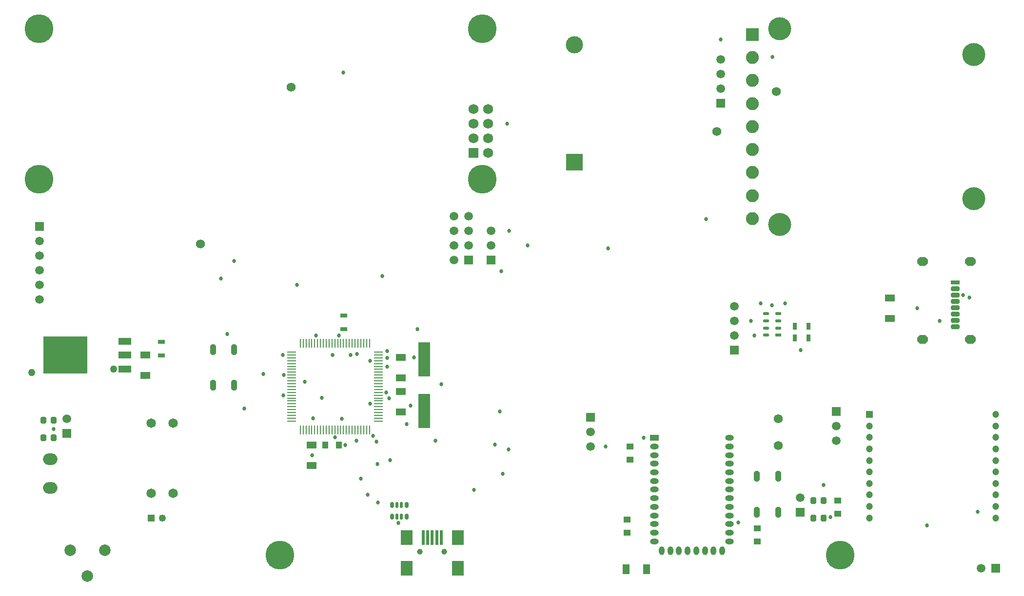
<source format=gts>
%FSLAX25Y25*%
%MOIN*%
G70*
G01*
G75*
G04 Layer_Color=8388736*
%ADD10R,0.03150X0.04724*%
%ADD11R,0.06693X0.04921*%
G04:AMPARAMS|DCode=12|XSize=70.87mil|YSize=57.09mil|CornerRadius=0mil|HoleSize=0mil|Usage=FLASHONLY|Rotation=180.000|XOffset=0mil|YOffset=0mil|HoleType=Round|Shape=Octagon|*
%AMOCTAGOND12*
4,1,8,-0.03543,0.01427,-0.03543,-0.01427,-0.02116,-0.02854,0.02116,-0.02854,0.03543,-0.01427,0.03543,0.01427,0.02116,0.02854,-0.02116,0.02854,-0.03543,0.01427,0.0*
%
%ADD12OCTAGOND12*%

G04:AMPARAMS|DCode=13|XSize=59.06mil|YSize=31.5mil|CornerRadius=0mil|HoleSize=0mil|Usage=FLASHONLY|Rotation=180.000|XOffset=0mil|YOffset=0mil|HoleType=Round|Shape=Octagon|*
%AMOCTAGOND13*
4,1,8,-0.02953,0.00787,-0.02953,-0.00787,-0.02165,-0.01575,0.02165,-0.01575,0.02953,-0.00787,0.02953,0.00787,0.02165,0.01575,-0.02165,0.01575,-0.02953,0.00787,0.0*
%
%ADD13OCTAGOND13*%

%ADD14R,0.05906X0.03150*%
G04:AMPARAMS|DCode=15|XSize=70.87mil|YSize=43.31mil|CornerRadius=0mil|HoleSize=0mil|Usage=FLASHONLY|Rotation=270.000|XOffset=0mil|YOffset=0mil|HoleType=Round|Shape=Octagon|*
%AMOCTAGOND15*
4,1,8,-0.01083,-0.03543,0.01083,-0.03543,0.02165,-0.02461,0.02165,0.02461,0.01083,0.03543,-0.01083,0.03543,-0.02165,0.02461,-0.02165,-0.02461,-0.01083,-0.03543,0.0*
%
%ADD15OCTAGOND15*%

%ADD16O,0.05906X0.03937*%
%ADD17R,0.05906X0.03937*%
%ADD18O,0.03937X0.05906*%
%ADD19R,0.04921X0.06693*%
%ADD20R,0.05118X0.04134*%
G04:AMPARAMS|DCode=21|XSize=47.24mil|YSize=39.37mil|CornerRadius=0mil|HoleSize=0mil|Usage=FLASHONLY|Rotation=270.000|XOffset=0mil|YOffset=0mil|HoleType=Round|Shape=Octagon|*
%AMOCTAGOND21*
4,1,8,-0.00984,-0.02362,0.00984,-0.02362,0.01969,-0.01378,0.01969,0.01378,0.00984,0.02362,-0.00984,0.02362,-0.01969,0.01378,-0.01969,-0.01378,-0.00984,-0.02362,0.0*
%
%ADD21OCTAGOND21*%

G04:AMPARAMS|DCode=22|XSize=39.37mil|YSize=25.59mil|CornerRadius=0mil|HoleSize=0mil|Usage=FLASHONLY|Rotation=270.000|XOffset=0mil|YOffset=0mil|HoleType=Round|Shape=Octagon|*
%AMOCTAGOND22*
4,1,8,-0.00640,-0.01969,0.00640,-0.01969,0.01280,-0.01329,0.01280,0.01329,0.00640,0.01969,-0.00640,0.01969,-0.01280,0.01329,-0.01280,-0.01329,-0.00640,-0.01969,0.0*
%
%ADD22OCTAGOND22*%

G04:AMPARAMS|DCode=23|XSize=39.37mil|YSize=19.69mil|CornerRadius=0mil|HoleSize=0mil|Usage=FLASHONLY|Rotation=270.000|XOffset=0mil|YOffset=0mil|HoleType=Round|Shape=Octagon|*
%AMOCTAGOND23*
4,1,8,-0.00492,-0.01969,0.00492,-0.01969,0.00984,-0.01476,0.00984,0.01476,0.00492,0.01969,-0.00492,0.01969,-0.00984,0.01476,-0.00984,-0.01476,-0.00492,-0.01969,0.0*
%
%ADD23OCTAGOND23*%

%ADD24R,0.04134X0.05118*%
%ADD25R,0.07874X0.23622*%
%ADD26R,0.09055X0.04685*%
%ADD27R,0.30299X0.25598*%
%ADD28R,0.04724X0.03150*%
%ADD29R,0.01969X0.09843*%
%ADD30R,0.07874X0.09843*%
%ADD31O,0.00984X0.06102*%
%ADD32O,0.06102X0.00984*%
%ADD33O,0.04134X0.02165*%
%ADD34R,0.04134X0.02165*%
%ADD35C,0.02000*%
%ADD36C,0.01000*%
%ADD37C,0.00787*%
%ADD38C,0.03937*%
%ADD39C,0.01732*%
%ADD40C,0.01181*%
%ADD41C,0.01575*%
%ADD42C,0.19685*%
%ADD43R,0.11811X0.11811*%
%ADD44C,0.11811*%
%ADD45R,0.05906X0.05906*%
%ADD46C,0.05906*%
%ADD47R,0.05906X0.05906*%
%ADD48R,0.06890X0.06890*%
%ADD49C,0.06890*%
%ADD50C,0.06496*%
%ADD51C,0.07874*%
%ADD52O,0.09843X0.07874*%
%ADD53R,0.04921X0.04921*%
%ADD54C,0.04921*%
%ADD55R,0.04724X0.04724*%
%ADD56C,0.04724*%
%ADD57C,0.03937*%
%ADD58C,0.08858*%
%ADD59R,0.08858X0.08858*%
%ADD60C,0.15748*%
%ADD61C,0.05000*%
%ADD62C,0.02701*%
G04:AMPARAMS|DCode=63|XSize=39.37mil|YSize=25.59mil|CornerRadius=0mil|HoleSize=0mil|Usage=FLASHONLY|Rotation=180.000|XOffset=0mil|YOffset=0mil|HoleType=Round|Shape=Octagon|*
%AMOCTAGOND63*
4,1,8,-0.01969,0.00640,-0.01969,-0.00640,-0.01329,-0.01280,0.01329,-0.01280,0.01969,-0.00640,0.01969,0.00640,0.01329,0.01280,-0.01329,0.01280,-0.01969,0.00640,0.0*
%
%ADD63OCTAGOND63*%

G04:AMPARAMS|DCode=64|XSize=39.37mil|YSize=19.69mil|CornerRadius=0mil|HoleSize=0mil|Usage=FLASHONLY|Rotation=180.000|XOffset=0mil|YOffset=0mil|HoleType=Round|Shape=Octagon|*
%AMOCTAGOND64*
4,1,8,-0.01969,0.00492,-0.01969,-0.00492,-0.01476,-0.00984,0.01476,-0.00984,0.01969,-0.00492,0.01969,0.00492,0.01476,0.00984,-0.01476,0.00984,-0.01969,0.00492,0.0*
%
%ADD64OCTAGOND64*%

%ADD65R,0.04724X0.09449*%
%ADD66R,0.04724X0.04724*%
%ADD67R,0.07874X0.07874*%
%ADD68R,0.11000X0.15000*%
%ADD69C,0.02362*%
%ADD70C,0.00984*%
%ADD71C,0.00197*%
%ADD72C,0.00394*%
%ADD73C,0.00591*%
%ADD74C,0.06200*%
D10*
X529331Y168327D02*
D03*
X538780D02*
D03*
X529331Y176327D02*
D03*
X538780D02*
D03*
D11*
X594476Y181563D02*
D03*
Y195539D02*
D03*
X198874Y94988D02*
D03*
Y81012D02*
D03*
X259874Y154988D02*
D03*
Y141012D02*
D03*
Y117512D02*
D03*
Y131488D02*
D03*
X85201Y142512D02*
D03*
Y156488D02*
D03*
D12*
X616559Y220724D02*
D03*
Y167339D02*
D03*
X649236Y220724D02*
D03*
Y167339D02*
D03*
D13*
X639000Y175839D02*
D03*
Y180169D02*
D03*
Y184500D02*
D03*
Y188831D02*
D03*
Y193161D02*
D03*
Y197492D02*
D03*
Y201823D02*
D03*
D14*
Y206154D02*
D03*
D15*
X503433Y49091D02*
D03*
X518000D02*
D03*
X503433Y73500D02*
D03*
X518000D02*
D03*
X146067Y160409D02*
D03*
X131500D02*
D03*
X146067Y136000D02*
D03*
X131500D02*
D03*
D16*
X484787Y29067D02*
D03*
Y34972D02*
D03*
Y40878D02*
D03*
Y46783D02*
D03*
Y52689D02*
D03*
Y58594D02*
D03*
Y64500D02*
D03*
Y70406D02*
D03*
Y76311D02*
D03*
Y82217D02*
D03*
Y88122D02*
D03*
Y94028D02*
D03*
Y99933D02*
D03*
X433213Y29067D02*
D03*
Y34972D02*
D03*
Y40878D02*
D03*
Y46783D02*
D03*
Y52689D02*
D03*
Y58594D02*
D03*
Y64500D02*
D03*
Y70406D02*
D03*
Y76311D02*
D03*
Y82217D02*
D03*
Y88122D02*
D03*
Y94028D02*
D03*
D17*
Y99933D02*
D03*
D18*
X438331Y22571D02*
D03*
X444236D02*
D03*
X450142D02*
D03*
X456047D02*
D03*
X461953D02*
D03*
X467858D02*
D03*
X473764D02*
D03*
X479669D02*
D03*
D19*
X427988Y10000D02*
D03*
X414012D02*
D03*
D20*
X414500Y34874D02*
D03*
Y44126D02*
D03*
X416500Y94126D02*
D03*
Y84874D02*
D03*
X558500Y57126D02*
D03*
Y47874D02*
D03*
X503500Y28874D02*
D03*
Y38126D02*
D03*
D21*
X549043Y57102D02*
D03*
X541957Y44898D02*
D03*
X549043D02*
D03*
X541957Y57102D02*
D03*
X22744Y112102D02*
D03*
X15658Y99898D02*
D03*
X22744D02*
D03*
X15658Y112102D02*
D03*
D22*
X253878Y46008D02*
D03*
X263917D02*
D03*
X253878Y53882D02*
D03*
X263917D02*
D03*
D23*
X257323Y46008D02*
D03*
X260472D02*
D03*
X257323Y53882D02*
D03*
X260472D02*
D03*
D24*
X208248Y95000D02*
D03*
X217500D02*
D03*
D25*
X275874Y118283D02*
D03*
Y153717D02*
D03*
D26*
X71201Y147000D02*
D03*
Y156500D02*
D03*
Y166000D02*
D03*
D27*
X30500Y156500D02*
D03*
D28*
X96201Y165724D02*
D03*
Y156276D02*
D03*
X220874Y174276D02*
D03*
Y183724D02*
D03*
D29*
X287780Y31760D02*
D03*
X284630D02*
D03*
X281480D02*
D03*
X278331D02*
D03*
X275181D02*
D03*
D30*
X299000D02*
D03*
X263961D02*
D03*
X299000Y10500D02*
D03*
X263961D02*
D03*
D31*
X191252Y164626D02*
D03*
X193220D02*
D03*
X195189D02*
D03*
X197157D02*
D03*
X199126D02*
D03*
X201094D02*
D03*
X203063D02*
D03*
X205031D02*
D03*
X207000D02*
D03*
X208968D02*
D03*
X210937D02*
D03*
X212906D02*
D03*
X214874D02*
D03*
X216843D02*
D03*
X218811D02*
D03*
X220780D02*
D03*
X222748D02*
D03*
X224717D02*
D03*
X226685D02*
D03*
X228654D02*
D03*
X230622D02*
D03*
X232591D02*
D03*
X234559D02*
D03*
X236528D02*
D03*
X238496D02*
D03*
Y105374D02*
D03*
X236528D02*
D03*
X234559D02*
D03*
X232591D02*
D03*
X230622D02*
D03*
X228654D02*
D03*
X226685D02*
D03*
X224717D02*
D03*
X222748D02*
D03*
X220780D02*
D03*
X218811D02*
D03*
X216843D02*
D03*
X214874D02*
D03*
X212906D02*
D03*
X210937D02*
D03*
X208968D02*
D03*
X207000D02*
D03*
X205031D02*
D03*
X203063D02*
D03*
X201094D02*
D03*
X199126D02*
D03*
X197157D02*
D03*
X195189D02*
D03*
X193220D02*
D03*
X191252D02*
D03*
D32*
X244500Y158622D02*
D03*
Y156654D02*
D03*
Y154685D02*
D03*
Y152717D02*
D03*
Y150748D02*
D03*
Y148780D02*
D03*
Y146811D02*
D03*
Y144843D02*
D03*
Y142874D02*
D03*
Y140906D02*
D03*
Y138937D02*
D03*
Y136969D02*
D03*
Y135000D02*
D03*
Y133032D02*
D03*
Y131063D02*
D03*
Y129094D02*
D03*
Y127126D02*
D03*
Y125157D02*
D03*
Y123189D02*
D03*
Y121220D02*
D03*
Y119252D02*
D03*
Y117283D02*
D03*
Y115315D02*
D03*
Y113346D02*
D03*
Y111378D02*
D03*
X185248D02*
D03*
Y113346D02*
D03*
Y115315D02*
D03*
Y117283D02*
D03*
Y119252D02*
D03*
Y121220D02*
D03*
Y123189D02*
D03*
Y125157D02*
D03*
Y127126D02*
D03*
Y129094D02*
D03*
Y131063D02*
D03*
Y133032D02*
D03*
Y135000D02*
D03*
Y136969D02*
D03*
Y138937D02*
D03*
Y140906D02*
D03*
Y142874D02*
D03*
Y144843D02*
D03*
Y146811D02*
D03*
Y148780D02*
D03*
Y150748D02*
D03*
Y152717D02*
D03*
Y154685D02*
D03*
Y156654D02*
D03*
Y158622D02*
D03*
D33*
X509535Y184921D02*
D03*
Y180000D02*
D03*
Y175079D02*
D03*
Y170157D02*
D03*
X518000Y184921D02*
D03*
Y180000D02*
D03*
Y175079D02*
D03*
D34*
Y170157D02*
D03*
D42*
X560165Y19685D02*
D03*
X177165D02*
D03*
X12500Y277000D02*
D03*
X315500Y379992D02*
D03*
Y277000D02*
D03*
X12500Y379992D02*
D03*
D43*
X378500Y288500D02*
D03*
D44*
Y368815D02*
D03*
D45*
X557500Y118000D02*
D03*
X321713Y221787D02*
D03*
X533000Y49000D02*
D03*
X306213Y221787D02*
D03*
X13000Y244500D02*
D03*
X31701Y102823D02*
D03*
X478500Y329000D02*
D03*
X389500Y114000D02*
D03*
X488000Y160000D02*
D03*
D46*
X557500Y108000D02*
D03*
Y98000D02*
D03*
X321713Y231787D02*
D03*
Y241787D02*
D03*
X533000Y59000D02*
D03*
X656500Y10500D02*
D03*
X296213Y251787D02*
D03*
X306213D02*
D03*
X296213Y241787D02*
D03*
X306213D02*
D03*
X296213Y231787D02*
D03*
X306213D02*
D03*
X296213Y221787D02*
D03*
X13000Y194500D02*
D03*
Y204500D02*
D03*
Y214500D02*
D03*
Y224500D02*
D03*
Y234500D02*
D03*
X31701Y112823D02*
D03*
X478500Y359000D02*
D03*
Y349000D02*
D03*
Y339000D02*
D03*
X389500Y104000D02*
D03*
Y94000D02*
D03*
X488000Y190000D02*
D03*
Y180000D02*
D03*
Y170000D02*
D03*
D47*
X666500Y10500D02*
D03*
D48*
X309508Y294992D02*
D03*
D49*
X319508D02*
D03*
X309508Y304992D02*
D03*
X319508D02*
D03*
Y324992D02*
D03*
X309508D02*
D03*
X319508Y314992D02*
D03*
X309508D02*
D03*
D50*
X89201Y110016D02*
D03*
Y61984D02*
D03*
X104201D02*
D03*
Y110016D02*
D03*
D51*
X45791Y5283D02*
D03*
X57602Y23000D02*
D03*
X33980D02*
D03*
D52*
X20201Y65657D02*
D03*
Y85343D02*
D03*
D53*
X89264Y45000D02*
D03*
D54*
X97138D02*
D03*
D55*
X580193Y115933D02*
D03*
D56*
Y108059D02*
D03*
Y100185D02*
D03*
Y92311D02*
D03*
Y84437D02*
D03*
Y76563D02*
D03*
Y68689D02*
D03*
Y60815D02*
D03*
Y52941D02*
D03*
Y45067D02*
D03*
X666807Y115933D02*
D03*
Y108059D02*
D03*
Y100185D02*
D03*
Y92311D02*
D03*
Y84437D02*
D03*
Y76563D02*
D03*
Y68689D02*
D03*
Y60815D02*
D03*
Y52941D02*
D03*
Y45067D02*
D03*
D57*
X289787Y22114D02*
D03*
X272819D02*
D03*
D58*
X500213Y250008D02*
D03*
Y265756D02*
D03*
Y281504D02*
D03*
Y297252D02*
D03*
Y313000D02*
D03*
Y328748D02*
D03*
Y344496D02*
D03*
Y360244D02*
D03*
D59*
Y375992D02*
D03*
D60*
X651787Y362213D02*
D03*
Y263787D02*
D03*
X518913Y379929D02*
D03*
Y246071D02*
D03*
D61*
X63500Y147000D02*
D03*
X7500Y144500D02*
D03*
D62*
X401500Y229500D02*
D03*
X334000Y241500D02*
D03*
X328500Y214000D02*
D03*
X346500Y231500D02*
D03*
X153000Y120000D02*
D03*
X613000Y188500D02*
D03*
X513800Y190500D02*
D03*
X522500Y192000D02*
D03*
X506000D02*
D03*
X252000Y127000D02*
D03*
X250000Y131000D02*
D03*
X229500Y98126D02*
D03*
X179154Y156654D02*
D03*
X468500Y249626D02*
D03*
X478500Y372626D02*
D03*
X553500Y45500D02*
D03*
X243328Y97339D02*
D03*
X241000Y101300D02*
D03*
X166043Y143500D02*
D03*
X189043Y204500D02*
D03*
X514000Y360500D02*
D03*
X549043Y67500D02*
D03*
X217500Y170000D02*
D03*
X221900Y95000D02*
D03*
X229900Y157200D02*
D03*
X213300Y156700D02*
D03*
X202100Y170000D02*
D03*
X199862Y113457D02*
D03*
X206000Y127300D02*
D03*
X287600Y136500D02*
D03*
X332600Y314992D02*
D03*
X22744Y106000D02*
D03*
X179900Y142874D02*
D03*
X628362Y180000D02*
D03*
X499300D02*
D03*
X239100Y152717D02*
D03*
X194294Y138400D02*
D03*
X220500Y350000D02*
D03*
X237200Y60800D02*
D03*
X252550Y84600D02*
D03*
X283600Y98000D02*
D03*
X324300Y95400D02*
D03*
X199300Y88000D02*
D03*
X333600Y91800D02*
D03*
X250801Y154685D02*
D03*
X310137Y64300D02*
D03*
X327700Y118100D02*
D03*
X329700Y75300D02*
D03*
X654200Y49300D02*
D03*
X619800Y40100D02*
D03*
X214874Y100200D02*
D03*
X268900Y154988D02*
D03*
X250500Y148500D02*
D03*
X271400Y174200D02*
D03*
X648700Y196100D02*
D03*
X264050Y109300D02*
D03*
X239100Y123189D02*
D03*
X244400Y55500D02*
D03*
X258200Y41700D02*
D03*
X244000Y82000D02*
D03*
X219700Y112800D02*
D03*
X225700Y156500D02*
D03*
X644300Y197492D02*
D03*
X232700Y72000D02*
D03*
X501600Y170000D02*
D03*
X146067Y220800D02*
D03*
X247400Y210500D02*
D03*
X266500Y121800D02*
D03*
X137000Y208800D02*
D03*
X141400Y170800D02*
D03*
X179800Y129000D02*
D03*
X533300Y160000D02*
D03*
X400000Y94126D02*
D03*
X490800Y41878D02*
D03*
X426100Y99933D02*
D03*
X250637Y159437D02*
D03*
D74*
X476000Y309500D02*
D03*
X518000Y113000D02*
D03*
Y94500D02*
D03*
X516500Y337000D02*
D03*
X185000Y340000D02*
D03*
X123000Y232500D02*
D03*
M02*

</source>
